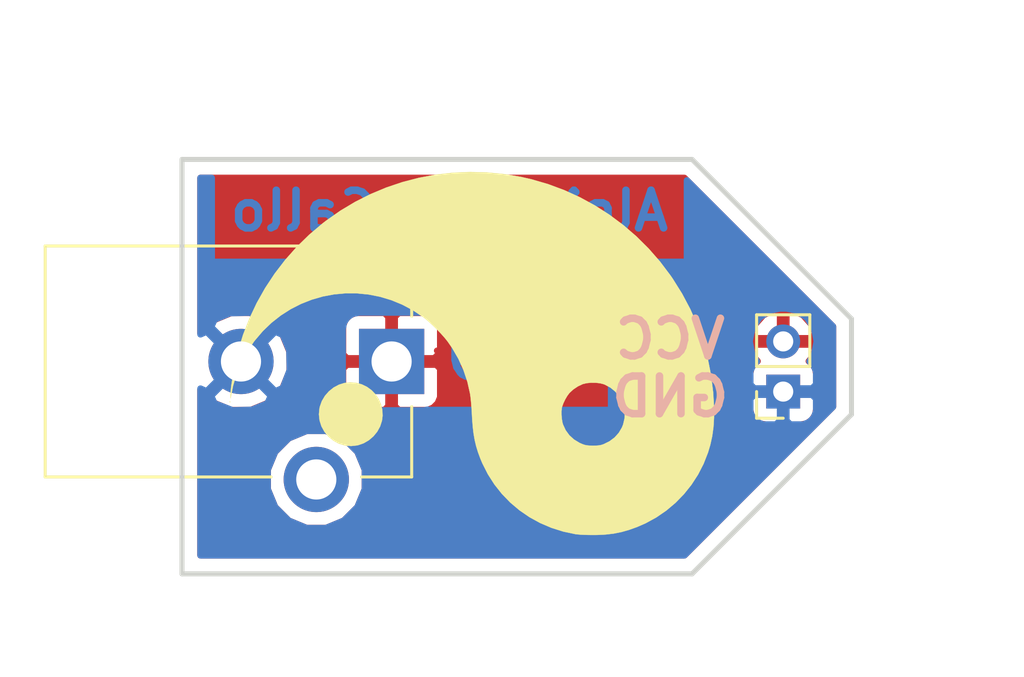
<source format=kicad_pcb>
(kicad_pcb (version 20171130) (host pcbnew 5.0.2+dfsg1-1~bpo9+1)

  (general
    (thickness 1.6)
    (drawings 10)
    (tracks 9)
    (zones 0)
    (modules 3)
    (nets 3)
  )

  (page A4)
  (layers
    (0 F.Cu signal)
    (31 B.Cu signal)
    (32 B.Adhes user)
    (33 F.Adhes user)
    (34 B.Paste user)
    (35 F.Paste user)
    (36 B.SilkS user)
    (37 F.SilkS user)
    (38 B.Mask user)
    (39 F.Mask user)
    (40 Dwgs.User user)
    (41 Cmts.User user)
    (42 Eco1.User user)
    (43 Eco2.User user)
    (44 Edge.Cuts user)
    (45 Margin user)
    (46 B.CrtYd user)
    (47 F.CrtYd user)
    (48 B.Fab user)
    (49 F.Fab user)
  )

  (setup
    (last_trace_width 0.25)
    (trace_clearance 0.2)
    (zone_clearance 0.508)
    (zone_45_only no)
    (trace_min 0.2)
    (segment_width 0.2)
    (edge_width 0.1)
    (via_size 0.8)
    (via_drill 0.4)
    (via_min_size 0.4)
    (via_min_drill 0.3)
    (uvia_size 0.3)
    (uvia_drill 0.1)
    (uvias_allowed no)
    (uvia_min_size 0.2)
    (uvia_min_drill 0.1)
    (pcb_text_width 0.3)
    (pcb_text_size 1.5 1.5)
    (mod_edge_width 0.15)
    (mod_text_size 1 1)
    (mod_text_width 0.15)
    (pad_size 1.5 1.5)
    (pad_drill 0.6)
    (pad_to_mask_clearance 0)
    (aux_axis_origin 0 0)
    (visible_elements FFFFFF7F)
    (pcbplotparams
      (layerselection 0x010f0_ffffffff)
      (usegerberextensions false)
      (usegerberattributes false)
      (usegerberadvancedattributes false)
      (creategerberjobfile false)
      (excludeedgelayer true)
      (linewidth 0.100000)
      (plotframeref false)
      (viasonmask false)
      (mode 1)
      (useauxorigin false)
      (hpglpennumber 1)
      (hpglpenspeed 20)
      (hpglpendiameter 15.000000)
      (psnegative false)
      (psa4output false)
      (plotreference true)
      (plotvalue true)
      (plotinvisibletext false)
      (padsonsilk false)
      (subtractmaskfromsilk false)
      (outputformat 1)
      (mirror false)
      (drillshape 0)
      (scaleselection 1)
      (outputdirectory ""))
  )

  (net 0 "")
  (net 1 "Net-(J1-Pad1)")
  (net 2 GND)

  (net_class Default "This is the default net class."
    (clearance 0.2)
    (trace_width 0.25)
    (via_dia 0.8)
    (via_drill 0.4)
    (uvia_dia 0.3)
    (uvia_drill 0.1)
    (add_net GND)
    (add_net "Net-(J1-Pad1)")
  )

  (module barrel-connector-breakout-board:YingYang (layer F.Cu) (tedit 0) (tstamp 5D98D060)
    (at 132.2 105.4 270)
    (fp_text reference G*** (at 0 0 270) (layer F.SilkS) hide
      (effects (font (size 1.524 1.524) (thickness 0.3)))
    )
    (fp_text value LOGO (at 0.75 0 270) (layer F.SilkS) hide
      (effects (font (size 1.524 1.524) (thickness 0.3)))
    )
    (fp_poly (pts (xy 0.259099 3.584069) (xy 0.486365 3.656573) (xy 0.696301 3.772352) (xy 0.882591 3.925089)
      (xy 1.038918 4.108467) (xy 1.158965 4.316169) (xy 1.236415 4.541878) (xy 1.24193 4.5669)
      (xy 1.269217 4.816856) (xy 1.247121 5.060716) (xy 1.177038 5.293905) (xy 1.060363 5.511845)
      (xy 0.89849 5.709962) (xy 0.891252 5.717252) (xy 0.69565 5.879093) (xy 0.479015 5.997135)
      (xy 0.247015 6.069742) (xy 0.005323 6.095278) (xy -0.240394 6.072105) (xy -0.295964 6.059936)
      (xy -0.52163 5.979984) (xy -0.728672 5.857422) (xy -0.910803 5.698734) (xy -1.061732 5.510399)
      (xy -1.175172 5.298898) (xy -1.241931 5.085099) (xy -1.26877 4.84151) (xy -1.249276 4.606776)
      (xy -1.187708 4.385156) (xy -1.088324 4.18091) (xy -0.955383 3.998295) (xy -0.793145 3.841571)
      (xy -0.605867 3.714996) (xy -0.397808 3.622829) (xy -0.173227 3.569328) (xy 0.063617 3.558753)
      (xy 0.259099 3.584069)) (layer F.SilkS) (width 0.01))
    (fp_poly (pts (xy 0.508597 -9.622435) (xy 0.86929 -9.573357) (xy 1.218577 -9.496716) (xy 1.524 -9.405786)
      (xy 1.975962 -9.229081) (xy 2.405603 -9.008256) (xy 2.809909 -8.746179) (xy 3.185871 -8.445716)
      (xy 3.530476 -8.109735) (xy 3.840714 -7.741102) (xy 4.113572 -7.342685) (xy 4.346039 -6.91735)
      (xy 4.493559 -6.5786) (xy 4.608455 -6.257889) (xy 4.694971 -5.95285) (xy 4.755714 -5.649147)
      (xy 4.793286 -5.332443) (xy 4.810293 -4.988401) (xy 4.811932 -4.826) (xy 4.810069 -4.642656)
      (xy 4.804851 -4.466928) (xy 4.796837 -4.310667) (xy 4.786583 -4.185725) (xy 4.779074 -4.1275)
      (xy 4.675005 -3.635942) (xy 4.526064 -3.164479) (xy 4.33422 -2.715593) (xy 4.101445 -2.291762)
      (xy 3.829709 -1.895468) (xy 3.520983 -1.529191) (xy 3.177236 -1.19541) (xy 2.800439 -0.896607)
      (xy 2.392563 -0.635261) (xy 1.955577 -0.413852) (xy 1.7653 -0.333945) (xy 1.516373 -0.242226)
      (xy 1.274372 -0.168137) (xy 1.028754 -0.109668) (xy 0.768976 -0.064812) (xy 0.484496 -0.031561)
      (xy 0.164771 -0.007906) (xy 0.012696 -0.000134) (xy -0.174073 0.010265) (xy -0.364622 0.024256)
      (xy -0.545052 0.04059) (xy -0.701465 0.058019) (xy -0.812804 0.074048) (xy -1.290368 0.18131)
      (xy -1.755689 0.336934) (xy -2.204584 0.539122) (xy -2.632865 0.786079) (xy -2.8956 0.967823)
      (xy -3.043613 1.086516) (xy -3.210197 1.23518) (xy -3.384181 1.402603) (xy -3.554392 1.577573)
      (xy -3.709659 1.748879) (xy -3.83881 1.90531) (xy -3.867427 1.9431) (xy -4.13903 2.351024)
      (xy -4.364455 2.775575) (xy -4.544179 3.213504) (xy -4.67868 3.661563) (xy -4.768435 4.116503)
      (xy -4.813923 4.575077) (xy -4.815622 5.034036) (xy -4.774009 5.490132) (xy -4.689562 5.940118)
      (xy -4.562758 6.380744) (xy -4.394077 6.808763) (xy -4.183995 7.220927) (xy -3.93299 7.613987)
      (xy -3.64154 7.984696) (xy -3.310123 8.329805) (xy -2.939217 8.646066) (xy -2.874158 8.695324)
      (xy -2.471614 8.964014) (xy -2.042489 9.19207) (xy -1.592928 9.376971) (xy -1.129075 9.516198)
      (xy -0.657074 9.607229) (xy -0.6477 9.608526) (xy -0.628599 9.614139) (xy -0.654745 9.61834)
      (xy -0.7112 9.62007) (xy -0.79518 9.617346) (xy -0.912135 9.609136) (xy -1.044708 9.596816)
      (xy -1.142093 9.585929) (xy -1.83189 9.477235) (xy -2.507779 9.320382) (xy -3.167539 9.116648)
      (xy -3.80895 8.867312) (xy -4.429789 8.573651) (xy -5.027838 8.236944) (xy -5.600875 7.85847)
      (xy -6.14668 7.439505) (xy -6.663032 6.98133) (xy -7.14771 6.485221) (xy -7.598494 5.952457)
      (xy -7.713355 5.803486) (xy -8.108723 5.238765) (xy -8.46029 4.650082) (xy -8.767522 4.040093)
      (xy -9.029884 3.411457) (xy -9.246844 2.766829) (xy -9.417866 2.108868) (xy -9.542417 1.440229)
      (xy -9.619963 0.76357) (xy -9.649969 0.081548) (xy -9.631903 -0.60318) (xy -9.56523 -1.287957)
      (xy -9.449415 -1.970126) (xy -9.356824 -2.374261) (xy -9.164443 -3.03535) (xy -8.925255 -3.678876)
      (xy -8.640925 -4.302471) (xy -8.40281 -4.73925) (xy -1.253825 -4.73925) (xy -1.236433 -4.564877)
      (xy -1.200912 -4.418464) (xy -1.199052 -4.413283) (xy -1.109575 -4.222291) (xy -0.988078 -4.040488)
      (xy -0.84821 -3.888164) (xy -0.842056 -3.882642) (xy -0.729612 -3.798513) (xy -0.588404 -3.715617)
      (xy -0.43796 -3.643911) (xy -0.297807 -3.593354) (xy -0.252567 -3.582023) (xy -0.125868 -3.567549)
      (xy 0.028202 -3.567917) (xy 0.188895 -3.581676) (xy 0.335467 -3.607375) (xy 0.409096 -3.628302)
      (xy 0.638024 -3.733842) (xy 0.83822 -3.880307) (xy 1.006928 -4.064965) (xy 1.141391 -4.285084)
      (xy 1.194654 -4.4069) (xy 1.223603 -4.492282) (xy 1.241509 -4.576982) (xy 1.2507 -4.677572)
      (xy 1.253504 -4.810625) (xy 1.253523 -4.826) (xy 1.251219 -4.963117) (xy 1.242755 -5.066151)
      (xy 1.225804 -5.151673) (xy 1.198037 -5.236257) (xy 1.194654 -5.2451) (xy 1.078627 -5.481086)
      (xy 0.927138 -5.683393) (xy 0.743275 -5.848957) (xy 0.530128 -5.974716) (xy 0.410704 -6.022689)
      (xy 0.172683 -6.079107) (xy -0.065744 -6.087984) (xy -0.298667 -6.052186) (xy -0.520176 -5.974576)
      (xy -0.724362 -5.858021) (xy -0.905314 -5.705385) (xy -1.057122 -5.519533) (xy -1.173877 -5.30333)
      (xy -1.197561 -5.24305) (xy -1.234356 -5.097044) (xy -1.253121 -4.922875) (xy -1.253825 -4.73925)
      (xy -8.40281 -4.73925) (xy -8.31312 -4.903768) (xy -7.943506 -5.4804) (xy -7.53375 -6.029999)
      (xy -7.085518 -6.550197) (xy -6.600476 -7.038627) (xy -6.08029 -7.492923) (xy -5.526627 -7.910715)
      (xy -5.3975 -7.99952) (xy -4.800334 -8.373282) (xy -4.18552 -8.699436) (xy -3.553586 -8.977812)
      (xy -2.905058 -9.208242) (xy -2.240464 -9.390556) (xy -1.560329 -9.524583) (xy -0.865182 -9.610154)
      (xy -0.2921 -9.643811) (xy 0.125225 -9.645427) (xy 0.508597 -9.622435)) (layer F.SilkS) (width 0.01))
    (fp_poly (pts (xy -0.46408 9.636654) (xy -0.471655 9.648198) (xy -0.497417 9.649994) (xy -0.52452 9.643791)
      (xy -0.512763 9.634648) (xy -0.473066 9.63162) (xy -0.46408 9.636654)) (layer F.SilkS) (width 0.01))
  )

  (module Connector_BarrelJack:BarrelJack_CUI_PJ-102AH_Horizontal (layer F.Cu) (tedit 5D7D2F0D) (tstamp 5D98CBE0)
    (at 129 103.3 270)
    (descr "Thin-pin DC Barrel Jack, https://cdn-shop.adafruit.com/datasheets/21mmdcjackDatasheet.pdf")
    (tags "Power Jack")
    (path /5D631A73)
    (fp_text reference J1 (at 5.75 8.45) (layer F.SilkS) hide
      (effects (font (size 1 1) (thickness 0.15)))
    )
    (fp_text value Barrel_Jack (at -5.5 6.2) (layer F.Fab)
      (effects (font (size 1 1) (thickness 0.15)))
    )
    (fp_text user %R (at 0 6.5 270) (layer F.Fab)
      (effects (font (size 1 1) (thickness 0.15)))
    )
    (fp_line (start 1.8 -1.8) (end 1.8 -1.2) (layer F.CrtYd) (width 0.05))
    (fp_line (start 1.8 -1.2) (end 5 -1.2) (layer F.CrtYd) (width 0.05))
    (fp_line (start 5 -1.2) (end 5 1.2) (layer F.CrtYd) (width 0.05))
    (fp_line (start 5 1.2) (end 6.5 1.2) (layer F.CrtYd) (width 0.05))
    (fp_line (start 6.5 1.2) (end 6.5 4.8) (layer F.CrtYd) (width 0.05))
    (fp_line (start 6.5 4.8) (end 5 4.8) (layer F.CrtYd) (width 0.05))
    (fp_line (start 5 4.8) (end 5 14.2) (layer F.CrtYd) (width 0.05))
    (fp_line (start 5 14.2) (end -5 14.2) (layer F.CrtYd) (width 0.05))
    (fp_line (start -5 14.2) (end -5 -1.2) (layer F.CrtYd) (width 0.05))
    (fp_line (start -5 -1.2) (end -1.8 -1.2) (layer F.CrtYd) (width 0.05))
    (fp_line (start -1.8 -1.2) (end -1.8 -1.8) (layer F.CrtYd) (width 0.05))
    (fp_line (start -1.8 -1.8) (end 1.8 -1.8) (layer F.CrtYd) (width 0.05))
    (fp_line (start 4.6 4.8) (end 4.6 13.8) (layer F.SilkS) (width 0.12))
    (fp_line (start 4.6 13.8) (end -4.6 13.8) (layer F.SilkS) (width 0.12))
    (fp_line (start -4.6 13.8) (end -4.6 -0.8) (layer F.SilkS) (width 0.12))
    (fp_line (start -4.6 -0.8) (end -1.8 -0.8) (layer F.SilkS) (width 0.12))
    (fp_line (start 1.8 -0.8) (end 4.6 -0.8) (layer F.SilkS) (width 0.12))
    (fp_line (start 4.6 -0.8) (end 4.6 1.2) (layer F.SilkS) (width 0.12))
    (fp_line (start -4.84 0.7) (end -4.84 -1.04) (layer F.SilkS) (width 0.12))
    (fp_line (start -4.84 -1.04) (end -3.1 -1.04) (layer F.SilkS) (width 0.12))
    (fp_line (start 4.5 -0.7) (end 4.5 13.7) (layer F.Fab) (width 0.1))
    (fp_line (start 4.5 13.7) (end -4.5 13.7) (layer F.Fab) (width 0.1))
    (fp_line (start -4.5 13.7) (end -4.5 0.3) (layer F.Fab) (width 0.1))
    (fp_line (start -4.5 0.3) (end -3.5 -0.7) (layer F.Fab) (width 0.1))
    (fp_line (start -3.5 -0.7) (end 4.5 -0.7) (layer F.Fab) (width 0.1))
    (fp_line (start -4.5 10.2) (end 4.5 10.2) (layer F.Fab) (width 0.1))
    (pad 1 thru_hole rect (at 0 0 270) (size 2.6 2.6) (drill 1.6) (layers *.Cu *.Mask)
      (net 1 "Net-(J1-Pad1)"))
    (pad 2 thru_hole circle (at 0 6 270) (size 2.6 2.6) (drill 1.6) (layers *.Cu *.Mask)
      (net 2 GND))
    (pad 3 thru_hole circle (at 4.7 3 270) (size 2.6 2.6) (drill 1.6) (layers *.Cu *.Mask))
    (model ${KISYS3DMOD}/Connector_BarrelJack.3dshapes/BarrelJack_CUI_PJ-102AH_Horizontal.wrl
      (at (xyz 0 0 0))
      (scale (xyz 1 1 1))
      (rotate (xyz 0 0 0))
    )
  )

  (module Connector_PinSocket_2.00mm:PinSocket_1x02_P2.00mm_Vertical (layer F.Cu) (tedit 5D7D2F08) (tstamp 5D98CB95)
    (at 144.6 104.5 180)
    (descr "Through hole straight socket strip, 1x02, 2.00mm pitch, single row (from Kicad 4.0.7), script generated")
    (tags "Through hole socket strip THT 1x02 2.00mm single row")
    (path /5D7D2D98)
    (fp_text reference J2 (at 0 -2.5 180) (layer F.SilkS) hide
      (effects (font (size 1 1) (thickness 0.15)))
    )
    (fp_text value Conn_01x02_Male (at 0 4.5 180) (layer F.Fab)
      (effects (font (size 1 1) (thickness 0.15)))
    )
    (fp_line (start -1 -1) (end 0.5 -1) (layer F.Fab) (width 0.1))
    (fp_line (start 0.5 -1) (end 1 -0.5) (layer F.Fab) (width 0.1))
    (fp_line (start 1 -0.5) (end 1 3) (layer F.Fab) (width 0.1))
    (fp_line (start 1 3) (end -1 3) (layer F.Fab) (width 0.1))
    (fp_line (start -1 3) (end -1 -1) (layer F.Fab) (width 0.1))
    (fp_line (start -1.06 1) (end 1.06 1) (layer F.SilkS) (width 0.12))
    (fp_line (start -1.06 1) (end -1.06 3.06) (layer F.SilkS) (width 0.12))
    (fp_line (start -1.06 3.06) (end 1.06 3.06) (layer F.SilkS) (width 0.12))
    (fp_line (start 1.06 1) (end 1.06 3.06) (layer F.SilkS) (width 0.12))
    (fp_line (start 1.06 -1.06) (end 1.06 0) (layer F.SilkS) (width 0.12))
    (fp_line (start 0 -1.06) (end 1.06 -1.06) (layer F.SilkS) (width 0.12))
    (fp_line (start -1.5 -1.5) (end 1.5 -1.5) (layer F.CrtYd) (width 0.05))
    (fp_line (start 1.5 -1.5) (end 1.5 3.5) (layer F.CrtYd) (width 0.05))
    (fp_line (start 1.5 3.5) (end -1.5 3.5) (layer F.CrtYd) (width 0.05))
    (fp_line (start -1.5 3.5) (end -1.5 -1.5) (layer F.CrtYd) (width 0.05))
    (fp_text user %R (at 0 1 90) (layer F.Fab)
      (effects (font (size 1 1) (thickness 0.15)))
    )
    (pad 1 thru_hole rect (at 0 0 180) (size 1.35 1.35) (drill 0.8) (layers *.Cu *.Mask)
      (net 2 GND))
    (pad 2 thru_hole oval (at 0 2 180) (size 1.35 1.35) (drill 0.8) (layers *.Cu *.Mask)
      (net 1 "Net-(J1-Pad1)"))
    (model ${KISYS3DMOD}/Connector_PinSocket_2.00mm.3dshapes/PinSocket_1x02_P2.00mm_Vertical.wrl
      (at (xyz 0 0 0))
      (scale (xyz 1 1 1))
      (rotate (xyz 0 0 0))
    )
  )

  (gr_text VCC (at 140.1 102.4) (layer B.SilkS)
    (effects (font (size 1.5 1.5) (thickness 0.3)) (justify mirror))
  )
  (gr_text GND (at 140.1 104.7) (layer B.SilkS)
    (effects (font (size 1.5 1.5) (thickness 0.3)) (justify mirror))
  )
  (gr_text "2019\n" (at 134.1 103.2) (layer B.Cu) (tstamp 5D98D08E)
    (effects (font (size 1.5 1.5) (thickness 0.3)) (justify mirror))
  )
  (gr_text "Alejandro Gallo" (at 131.3 97.3) (layer B.Cu)
    (effects (font (size 1.5 1.5) (thickness 0.3)) (justify mirror))
  )
  (gr_line (start 147.32 101.6) (end 140.97 95.25) (layer Edge.Cuts) (width 0.2))
  (gr_line (start 140.97 95.25) (end 120.65 95.25) (layer Edge.Cuts) (width 0.2))
  (gr_line (start 147.32 105.41) (end 147.32 101.6) (layer Edge.Cuts) (width 0.2))
  (gr_line (start 140.97 111.76) (end 147.32 105.41) (layer Edge.Cuts) (width 0.2))
  (gr_line (start 120.65 111.76) (end 140.97 111.76) (layer Edge.Cuts) (width 0.2))
  (gr_line (start 120.65 95.3) (end 120.65 111.76) (layer Edge.Cuts) (width 0.2))

  (segment (start 133.09 102.14) (end 142.24 102.14) (width 0.25) (layer F.Cu) (net 1))
  (segment (start 132.36 102.87) (end 133.09 102.14) (width 0.25) (layer F.Cu) (net 1))
  (segment (start 142.6 102.5) (end 144.6 102.5) (width 0.25) (layer F.Cu) (net 1))
  (segment (start 142.24 102.14) (end 142.6 102.5) (width 0.25) (layer F.Cu) (net 1))
  (segment (start 130.57 103.3) (end 129 103.3) (width 0.25) (layer F.Cu) (net 1))
  (segment (start 131 102.87) (end 130.57 103.3) (width 0.25) (layer F.Cu) (net 1))
  (segment (start 130.81 102.87) (end 131 102.87) (width 0.25) (layer F.Cu) (net 1))
  (segment (start 131 102.87) (end 132.36 102.87) (width 0.25) (layer F.Cu) (net 1))
  (segment (start 123.43 102.87) (end 123 103.3) (width 0.25) (layer F.Cu) (net 2))

  (zone (net 1) (net_name "Net-(J1-Pad1)") (layer F.Cu) (tstamp 5D98D27C) (hatch edge 0.508)
    (connect_pads (clearance 0.508))
    (min_thickness 0.254)
    (fill yes (arc_segments 16) (thermal_gap 0.508) (thermal_bridge_width 0.508))
    (polygon
      (pts
        (xy 146.1 96.7) (xy 149.3 101) (xy 148.5 111.2) (xy 123.2 115.9) (xy 113.4 106.5)
        (xy 117.5 88.9) (xy 144.4 92)
      )
    )
    (filled_polygon
      (pts
        (xy 146.585001 101.904448) (xy 146.585 105.105553) (xy 140.665554 111.025) (xy 121.385 111.025) (xy 121.385 107.615105)
        (xy 124.065 107.615105) (xy 124.065 108.384895) (xy 124.359586 109.09609) (xy 124.90391 109.640414) (xy 125.615105 109.935)
        (xy 126.384895 109.935) (xy 127.09609 109.640414) (xy 127.640414 109.09609) (xy 127.935 108.384895) (xy 127.935 107.615105)
        (xy 127.640414 106.90391) (xy 127.09609 106.359586) (xy 126.384895 106.065) (xy 125.615105 106.065) (xy 124.90391 106.359586)
        (xy 124.359586 106.90391) (xy 124.065 107.615105) (xy 121.385 107.615105) (xy 121.385 104.421504) (xy 121.90391 104.940414)
        (xy 122.615105 105.235) (xy 123.384895 105.235) (xy 124.09609 104.940414) (xy 124.640414 104.39609) (xy 124.935 103.684895)
        (xy 124.935 103.58575) (xy 127.065 103.58575) (xy 127.065 104.726309) (xy 127.161673 104.959698) (xy 127.340301 105.138327)
        (xy 127.57369 105.235) (xy 128.71425 105.235) (xy 128.873 105.07625) (xy 128.873 103.427) (xy 129.127 103.427)
        (xy 129.127 105.07625) (xy 129.28575 105.235) (xy 130.42631 105.235) (xy 130.659699 105.138327) (xy 130.838327 104.959698)
        (xy 130.935 104.726309) (xy 130.935 103.825) (xy 143.27756 103.825) (xy 143.27756 105.175) (xy 143.326843 105.422765)
        (xy 143.467191 105.632809) (xy 143.677235 105.773157) (xy 143.925 105.82244) (xy 145.275 105.82244) (xy 145.522765 105.773157)
        (xy 145.732809 105.632809) (xy 145.873157 105.422765) (xy 145.92244 105.175) (xy 145.92244 103.825) (xy 145.873157 103.577235)
        (xy 145.732809 103.367191) (xy 145.61707 103.289856) (xy 145.729478 103.163633) (xy 145.86791 102.8294) (xy 145.744224 102.627)
        (xy 144.727 102.627) (xy 144.727 102.647) (xy 144.473 102.647) (xy 144.473 102.627) (xy 143.455776 102.627)
        (xy 143.33209 102.8294) (xy 143.470522 103.163633) (xy 143.58293 103.289856) (xy 143.467191 103.367191) (xy 143.326843 103.577235)
        (xy 143.27756 103.825) (xy 130.935 103.825) (xy 130.935 103.58575) (xy 130.77625 103.427) (xy 129.127 103.427)
        (xy 128.873 103.427) (xy 127.22375 103.427) (xy 127.065 103.58575) (xy 124.935 103.58575) (xy 124.935 102.915105)
        (xy 124.640414 102.20391) (xy 124.310195 101.873691) (xy 127.065 101.873691) (xy 127.065 103.01425) (xy 127.22375 103.173)
        (xy 128.873 103.173) (xy 128.873 101.52375) (xy 129.127 101.52375) (xy 129.127 103.173) (xy 130.77625 103.173)
        (xy 130.935 103.01425) (xy 130.935 102.1706) (xy 143.33209 102.1706) (xy 143.455776 102.373) (xy 144.473 102.373)
        (xy 144.473 101.35491) (xy 144.727 101.35491) (xy 144.727 102.373) (xy 145.744224 102.373) (xy 145.86791 102.1706)
        (xy 145.729478 101.836367) (xy 145.38954 101.454651) (xy 144.929402 101.23208) (xy 144.727 101.35491) (xy 144.473 101.35491)
        (xy 144.270598 101.23208) (xy 143.81046 101.454651) (xy 143.470522 101.836367) (xy 143.33209 102.1706) (xy 130.935 102.1706)
        (xy 130.935 101.873691) (xy 130.838327 101.640302) (xy 130.659699 101.461673) (xy 130.42631 101.365) (xy 129.28575 101.365)
        (xy 129.127 101.52375) (xy 128.873 101.52375) (xy 128.71425 101.365) (xy 127.57369 101.365) (xy 127.340301 101.461673)
        (xy 127.161673 101.640302) (xy 127.065 101.873691) (xy 124.310195 101.873691) (xy 124.09609 101.659586) (xy 123.384895 101.365)
        (xy 122.615105 101.365) (xy 121.90391 101.659586) (xy 121.385 102.178496) (xy 121.385 95.985) (xy 140.665554 95.985)
      )
    )
  )
  (zone (net 2) (net_name GND) (layer B.Cu) (tstamp 5D98D279) (hatch edge 0.508)
    (connect_pads (clearance 0.508))
    (min_thickness 0.254)
    (fill yes (arc_segments 16) (thermal_gap 0.508) (thermal_bridge_width 0.508))
    (polygon
      (pts
        (xy 147.9 108.4) (xy 144.4 112.8) (xy 116.2 113) (xy 117 103.4) (xy 119.3 94.5)
        (xy 141.7 91.1) (xy 154.2 102.2)
      )
    )
    (filled_polygon
      (pts
        (xy 121.836429 99.33) (xy 140.763572 99.33) (xy 140.763572 96.083018) (xy 146.585001 101.904448) (xy 146.585 105.105553)
        (xy 140.665554 111.025) (xy 121.385 111.025) (xy 121.385 107.615105) (xy 124.065 107.615105) (xy 124.065 108.384895)
        (xy 124.359586 109.09609) (xy 124.90391 109.640414) (xy 125.615105 109.935) (xy 126.384895 109.935) (xy 127.09609 109.640414)
        (xy 127.640414 109.09609) (xy 127.935 108.384895) (xy 127.935 107.615105) (xy 127.640414 106.90391) (xy 127.09609 106.359586)
        (xy 126.384895 106.065) (xy 125.615105 106.065) (xy 124.90391 106.359586) (xy 124.359586 106.90391) (xy 124.065 107.615105)
        (xy 121.385 107.615105) (xy 121.385 104.669459) (xy 121.810146 104.669459) (xy 121.945504 104.967455) (xy 122.66388 105.244066)
        (xy 123.433427 105.22471) (xy 124.054496 104.967455) (xy 124.189854 104.669459) (xy 123 103.479605) (xy 121.810146 104.669459)
        (xy 121.385 104.669459) (xy 121.385 104.378323) (xy 121.630541 104.489854) (xy 122.820395 103.3) (xy 123.179605 103.3)
        (xy 124.369459 104.489854) (xy 124.667455 104.354496) (xy 124.944066 103.63612) (xy 124.92471 102.866573) (xy 124.667455 102.245504)
        (xy 124.369459 102.110146) (xy 123.179605 103.3) (xy 122.820395 103.3) (xy 121.630541 102.110146) (xy 121.385 102.221677)
        (xy 121.385 101.930541) (xy 121.810146 101.930541) (xy 123 103.120395) (xy 124.120395 102) (xy 127.05256 102)
        (xy 127.05256 104.6) (xy 127.101843 104.847765) (xy 127.242191 105.057809) (xy 127.452235 105.198157) (xy 127.7 105.24744)
        (xy 130.3 105.24744) (xy 130.457857 105.216041) (xy 130.457857 105.23) (xy 137.742143 105.23) (xy 137.742143 104.78575)
        (xy 143.29 104.78575) (xy 143.29 105.30131) (xy 143.386673 105.534699) (xy 143.565302 105.713327) (xy 143.798691 105.81)
        (xy 144.31425 105.81) (xy 144.473 105.65125) (xy 144.473 104.627) (xy 144.727 104.627) (xy 144.727 105.65125)
        (xy 144.88575 105.81) (xy 145.401309 105.81) (xy 145.634698 105.713327) (xy 145.813327 105.534699) (xy 145.91 105.30131)
        (xy 145.91 104.78575) (xy 145.75125 104.627) (xy 144.727 104.627) (xy 144.473 104.627) (xy 143.44875 104.627)
        (xy 143.29 104.78575) (xy 137.742143 104.78575) (xy 137.742143 102.5) (xy 143.264336 102.5) (xy 143.366007 103.011136)
        (xy 143.556198 103.295777) (xy 143.386673 103.465301) (xy 143.29 103.69869) (xy 143.29 104.21425) (xy 143.44875 104.373)
        (xy 144.473 104.373) (xy 144.473 104.353) (xy 144.727 104.353) (xy 144.727 104.373) (xy 145.75125 104.373)
        (xy 145.91 104.21425) (xy 145.91 103.69869) (xy 145.813327 103.465301) (xy 145.643802 103.295777) (xy 145.833993 103.011136)
        (xy 145.935664 102.5) (xy 145.833993 101.988864) (xy 145.544457 101.555543) (xy 145.111136 101.266007) (xy 144.729022 101.19)
        (xy 144.470978 101.19) (xy 144.088864 101.266007) (xy 143.655543 101.555543) (xy 143.366007 101.988864) (xy 143.264336 102.5)
        (xy 137.742143 102.5) (xy 137.742143 101.41) (xy 130.559973 101.41) (xy 130.547765 101.401843) (xy 130.3 101.35256)
        (xy 127.7 101.35256) (xy 127.452235 101.401843) (xy 127.242191 101.542191) (xy 127.101843 101.752235) (xy 127.05256 102)
        (xy 124.120395 102) (xy 124.189854 101.930541) (xy 124.054496 101.632545) (xy 123.33612 101.355934) (xy 122.566573 101.37529)
        (xy 121.945504 101.632545) (xy 121.810146 101.930541) (xy 121.385 101.930541) (xy 121.385 95.985) (xy 121.836429 95.985)
      )
    )
  )
)

</source>
